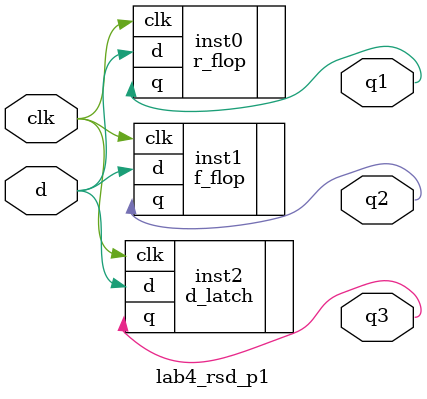
<source format=sv>
/* lab4_rsd_p1 */

module lab4_rsd_p1(
						
						input logic clk, d,
						
						output logic q1,q2,q3

);


r_flop inst0(.clk(clk), .d(d), .q(q1));

f_flop inst1(.clk(clk), .d(d), .q(q2));

d_latch inst2(.clk(clk), .d(d), .q(q3));


endmodule


</source>
